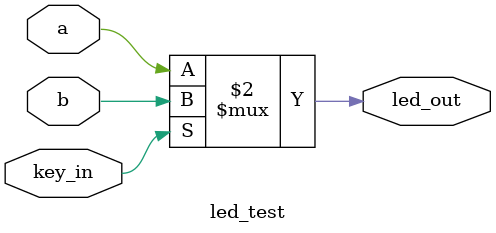
<source format=v>
module led_test(a,b,key_in,led_out);

  input a; //输入端口a
  input b; //输入端口b

  input key_in;
  
  output led_out;

  assign led_out = (key_in == 0) ? a : b;

endmodule




</source>
